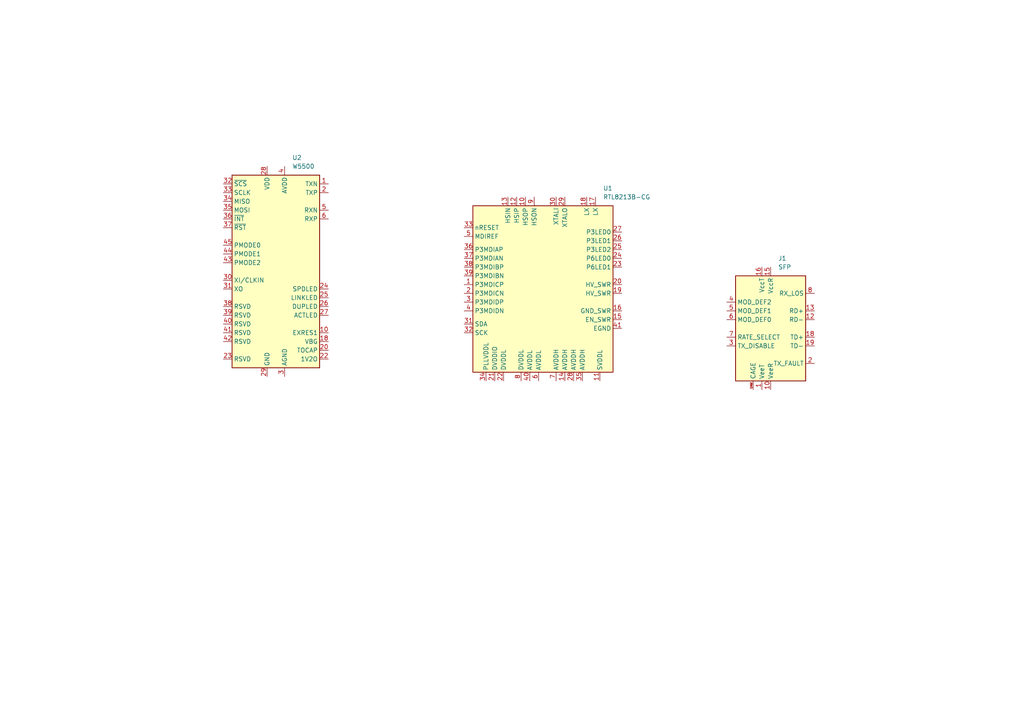
<source format=kicad_sch>
(kicad_sch (version 20231120) (generator "eeschema") (generator_version "8.0")
  (paper "A4")
  (lib_symbols
    (symbol "Interface_Ethernet:W5500"
      (property "Reference" "U" (at -11.43 29.21 0))
      (property "Value" "W5500" (at 8.89 29.21 0))
      (symbol "W5500_0_1"
        (rectangle (start -12.7 27.94) (end 12.7 -27.94) (stroke (width 0.254)) (fill (type background)))
      )
      (symbol "W5500_1_1"
        (pin output line (at 15.24 25.4 180) (length 2.54) (name "TXN") (number "1"))
        (pin passive line (at 15.24 -17.78 180) (length 2.54) (name "EXRES1") (number "10"))
        (pin passive line (at 2.54 30.48 270) (length 2.54) hide (name "AVDD") (number "11"))
        (pin no_connect line (at 12.7 7.62 180) (length 2.54) hide (name "NC") (number "12"))
        (pin no_connect line (at 12.7 5.08 180) (length 2.54) hide (name "NC") (number "13"))
        (pin passive line (at 2.54 -30.48 90) (length 2.54) hide (name "AGND") (number "14"))
        (pin passive line (at 2.54 30.48 270) (length 2.54) hide (name "AVDD") (number "15"))
        (pin passive line (at 2.54 -30.48 90) (length 2.54) hide (name "AGND") (number "16"))
        (pin passive line (at 2.54 30.48 270) (length 2.54) hide (name "AVDD") (number "17"))
        (pin passive line (at 15.24 -20.32 180) (length 2.54) (name "VBG") (number "18"))
        (pin passive line (at 2.54 -30.48 90) (length 2.54) hide (name "AGND") (number "19"))
        (pin output line (at 15.24 22.86 180) (length 2.54) (name "TXP") (number "2"))
        (pin passive line (at 15.24 -22.86 180) (length 2.54) (name "TOCAP") (number "20"))
        (pin passive line (at 2.54 30.48 270) (length 2.54) hide (name "AVDD") (number "21"))
        (pin output line (at 15.24 -25.4 180) (length 2.54) (name "1V2O") (number "22"))
        (pin input line (at -15.24 -25.4 0) (length 2.54) (name "RSVD") (number "23"))
        (pin output line (at 15.24 -5.08 180) (length 2.54) (name "SPDLED") (number "24"))
        (pin output line (at 15.24 -7.62 180) (length 2.54) (name "LINKLED") (number "25"))
        (pin output line (at 15.24 -10.16 180) (length 2.54) (name "DUPLED") (number "26"))
        (pin output line (at 15.24 -12.7 180) (length 2.54) (name "ACTLED") (number "27"))
        (pin power_in line (at -2.54 30.48 270) (length 2.54) (name "VDD") (number "28"))
        (pin power_in line (at -2.54 -30.48 90) (length 2.54) (name "GND") (number "29"))
        (pin power_in line (at 2.54 -30.48 90) (length 2.54) (name "AGND") (number "3"))
        (pin input line (at -15.24 -2.54 0) (length 2.54) (name "XI/CLKIN") (number "30"))
        (pin output line (at -15.24 -5.08 0) (length 2.54) (name "XO") (number "31"))
        (pin input line (at -15.24 25.4 0) (length 2.54) (name "~{SCS}") (number "32"))
        (pin input line (at -15.24 22.86 0) (length 2.54) (name "SCLK") (number "33"))
        (pin output line (at -15.24 20.32 0) (length 2.54) (name "MISO") (number "34"))
        (pin input line (at -15.24 17.78 0) (length 2.54) (name "MOSI") (number "35"))
        (pin input line (at -15.24 15.24 0) (length 2.54) (name "~{INT}") (number "36"))
        (pin input line (at -15.24 12.7 0) (length 2.54) (name "~{RST}") (number "37"))
        (pin input line (at -15.24 -10.16 0) (length 2.54) (name "RSVD") (number "38"))
        (pin input line (at -15.24 -12.7 0) (length 2.54) (name "RSVD") (number "39"))
        (pin power_in line (at 2.54 30.48 270) (length 2.54) (name "AVDD") (number "4"))
        (pin input line (at -15.24 -15.24 0) (length 2.54) (name "RSVD") (number "40"))
        (pin input line (at -15.24 -17.78 0) (length 2.54) (name "RSVD") (number "41"))
        (pin input line (at -15.24 -20.32 0) (length 2.54) (name "RSVD") (number "42"))
        (pin input line (at -15.24 2.54 0) (length 2.54) (name "PMODE2") (number "43"))
        (pin input line (at -15.24 5.08 0) (length 2.54) (name "PMODE1") (number "44"))
        (pin input line (at -15.24 7.62 0) (length 2.54) (name "PMODE0") (number "45"))
        (pin no_connect line (at 12.7 2.54 180) (length 2.54) hide (name "NC") (number "46"))
        (pin no_connect line (at 12.7 0 180) (length 2.54) hide (name "NC") (number "47"))
        (pin passive line (at 2.54 -30.48 90) (length 2.54) hide (name "AGND") (number "48"))
        (pin input line (at 15.24 17.78 180) (length 2.54) (name "RXN") (number "5"))
        (pin input line (at 15.24 15.24 180) (length 2.54) (name "RXP") (number "6"))
        (pin no_connect line (at 12.7 10.16 180) (length 2.54) hide (name "DNC") (number "7"))
        (pin passive line (at 2.54 30.48 270) (length 2.54) hide (name "AVDD") (number "8"))
        (pin passive line (at 2.54 -30.48 90) (length 2.54) hide (name "AGND") (number "9"))
      )
    )
    (symbol "Interface_Optical:SFP"
      (property "Reference" "J" (at -8.89 16.51 0))
      (property "Value" "SFP" (at 11.43 16.51 0))
      (symbol "SFP_0_0"
        (rectangle (start -10.16 15.24) (end 10.16 -15.24) (stroke (width 0.254)) (fill (type background)))
      )
      (symbol "SFP_1_1"
        (pin power_in line (at -2.54 -17.78 90) (length 2.54) (name "VeeT") (number "1"))
        (pin power_in line (at 0 -17.78 90) (length 2.54) (name "VeeR") (number "10"))
        (pin passive line (at 0 -17.78 90) (length 2.54) hide (name "VeeR") (number "11"))
        (pin output line (at 12.7 2.54 180) (length 2.54) (name "RD-") (number "12"))
        (pin output line (at 12.7 5.08 180) (length 2.54) (name "RD+") (number "13"))
        (pin passive line (at 0 -17.78 90) (length 2.54) hide (name "VeeR") (number "14"))
        (pin power_in line (at 0 17.78 270) (length 2.54) (name "VccR") (number "15"))
        (pin power_in line (at -2.54 17.78 270) (length 2.54) (name "VccT") (number "16"))
        (pin passive line (at -2.54 -17.78 90) (length 2.54) hide (name "VeeT") (number "17"))
        (pin input line (at 12.7 -2.54 180) (length 2.54) (name "TD+") (number "18"))
        (pin input line (at 12.7 -5.08 180) (length 2.54) (name "TD-") (number "19"))
        (pin open_collector line (at 12.7 -10.16 180) (length 2.54) (name "TX_FAULT") (number "2"))
        (pin passive line (at -2.54 -17.78 90) (length 2.54) hide (name "VeeT") (number "20"))
        (pin input line (at -12.7 -5.08 0) (length 2.54) (name "TX_DISABLE") (number "3"))
        (pin bidirectional line (at -12.7 7.62 0) (length 2.54) (name "MOD_DEF2") (number "4"))
        (pin input line (at -12.7 5.08 0) (length 2.54) (name "MOD_DEF1") (number "5"))
        (pin passive line (at -12.7 2.54 0) (length 2.54) (name "MOD_DEF0") (number "6"))
        (pin input line (at -12.7 -2.54 0) (length 2.54) (name "RATE_SELECT") (number "7"))
        (pin open_collector line (at 12.7 10.16 180) (length 2.54) (name "RX_LOS") (number "8"))
        (pin passive line (at 0 -17.78 90) (length 2.54) hide (name "VeeR") (number "9"))
        (pin passive line (at -5.08 -17.78 90) (length 2.54) (name "CAGE") (number "CAGE"))
      )
    )
    (symbol "rtl8213b:RTL8213B-CG"
      (property "Reference" "U" (at 18.542 29.718 0))
      (property "Value" "RTL8213B-CG" (at 24.638 27.178 0))
      (symbol "RTL8213B-CG_1_1"
        (rectangle (start -20.32 24.13) (end 20.32 -24.13) (stroke (width 0.254)) (fill (type background)))
        (pin bidirectional line (at -22.86 1.27 0) (length 2.54) (name "P3MDICP") (number "1"))
        (pin output line (at -5.08 26.67 270) (length 2.54) (name "HSOP") (number "10"))
        (pin power_in line (at 16.51 -26.67 90) (length 2.54) (name "SVDDL") (number "11"))
        (pin input line (at -7.62 26.67 270) (length 2.54) (name "HSIP") (number "12"))
        (pin input line (at -10.16 26.67 270) (length 2.54) (name "HSIN") (number "13"))
        (pin power_in line (at 6.35 -26.67 90) (length 2.54) (name "AVDDH") (number "14"))
        (pin input line (at 22.86 -8.89 180) (length 2.54) (name "EN_SWR") (number "15"))
        (pin power_in line (at 22.86 -6.35 180) (length 2.54) (name "GND_SWR") (number "16"))
        (pin output line (at 15.24 26.67 270) (length 2.54) (name "LX") (number "17"))
        (pin output line (at 12.7 26.67 270) (length 2.54) (name "LX") (number "18"))
        (pin power_out line (at 22.86 -1.27 180) (length 2.54) (name "HV_SWR") (number "19"))
        (pin bidirectional line (at -22.86 -1.27 0) (length 2.54) (name "P3MDICN") (number "2"))
        (pin power_out line (at 22.86 1.27 180) (length 2.54) (name "HV_SWR") (number "20"))
        (pin power_out line (at -13.97 -26.67 90) (length 2.54) (name "DVDDIO") (number "21"))
        (pin power_out line (at -11.43 -26.67 90) (length 2.54) (name "DVDDL") (number "22"))
        (pin bidirectional line (at 22.86 6.35 180) (length 2.54) (name "P6LED1") (number "23"))
        (pin bidirectional line (at 22.86 8.89 180) (length 2.54) (name "P6LED0") (number "24"))
        (pin bidirectional line (at 22.86 11.43 180) (length 2.54) (name "P3LED2") (number "25"))
        (pin bidirectional line (at 22.86 13.97 180) (length 2.54) (name "P3LED1") (number "26"))
        (pin bidirectional line (at 22.86 16.51 180) (length 2.54) (name "P3LED0") (number "27"))
        (pin power_in line (at 8.89 -26.67 90) (length 2.54) (name "AVDDH") (number "28"))
        (pin output line (at 6.35 26.67 270) (length 2.54) (name "XTALO") (number "29"))
        (pin bidirectional line (at -22.86 -3.81 0) (length 2.54) (name "P3MDIDP") (number "3"))
        (pin input line (at 3.81 26.67 270) (length 2.54) (name "XTALI") (number "30"))
        (pin bidirectional line (at -22.86 -10.16 0) (length 2.54) (name "SDA") (number "31"))
        (pin bidirectional line (at -22.86 -12.7 0) (length 2.54) (name "SCK") (number "32"))
        (pin input line (at -22.86 17.78 0) (length 2.54) (name "nRESET") (number "33"))
        (pin power_in line (at -16.51 -26.67 90) (length 2.54) (name "PLLVDDL") (number "34"))
        (pin power_in line (at 11.43 -26.67 90) (length 2.54) (name "AVDDH") (number "35"))
        (pin bidirectional line (at -22.86 11.43 0) (length 2.54) (name "P3MDIAP") (number "36"))
        (pin bidirectional line (at -22.86 8.89 0) (length 2.54) (name "P3MDIAN") (number "37"))
        (pin bidirectional line (at -22.86 6.35 0) (length 2.54) (name "P3MDIBP") (number "38"))
        (pin bidirectional line (at -22.86 3.81 0) (length 2.54) (name "P3MDIBN") (number "39"))
        (pin bidirectional line (at -22.86 -6.35 0) (length 2.54) (name "P3MDIDN") (number "4"))
        (pin power_in line (at -3.81 -26.67 90) (length 2.54) (name "AVDDL") (number "40"))
        (pin passive line (at 22.86 -11.43 180) (length 2.54) (name "EGND") (number "41"))
        (pin output line (at -22.86 15.24 0) (length 2.54) (name "MDIREF") (number "5"))
        (pin power_in line (at -1.27 -26.67 90) (length 2.54) (name "AVDDL") (number "6"))
        (pin power_in line (at 3.81 -26.67 90) (length 2.54) (name "AVDDH") (number "7"))
        (pin power_out line (at -6.35 -26.67 90) (length 2.54) (name "DVDDL") (number "8"))
        (pin output line (at -2.54 26.67 270) (length 2.54) (name "HSON") (number "9"))
      )
    )
  )
  (symbol (lib_id "Interface_Optical:SFP") (at 223.52 95.25 0) (unit 1)
    (property "Reference" "J1" (at 225.7141 74.93 0) (effects (justify left)))
    (property "Value" "SFP" (at 225.7141 77.47 0) (effects (justify left)))
    (property "Footprint" "Connector:Connector_SFP_and_Cage" (effects (hide yes)))
    (property "Datasheet" "http://www.10gtek.com/templates/wzten/pdf/INF-8074.pdf" (effects (hide yes)))
    (property "Description" "Connector for Small Form Factor Pluggable (SFP) module, 1 Gbit/s, serial-to-serial data-agnostic optical transceiver" (effects (hide yes)))
  )
  (symbol (lib_id "rtl8213b:RTL8213B-CG") (at 157.48 83.82 0) (unit 1)
    (property "Reference" "U1" (at 174.9141 54.61 0) (effects (justify left)))
    (property "Value" "RTL8213B-CG" (at 174.9141 57.15 0) (effects (justify left)))
    (property "Footprint" "Package_DFN_QFN:QFN-40-1EP_5x5mm_P0.4mm_EP3.8x3.8mm_ThermalVias" (effects (hide yes)))
  )
  (symbol (lib_id "Interface_Ethernet:W5500") (at 80.01 78.74 0) (unit 1)
    (property "Reference" "U2" (at 84.7441 45.72 0) (effects (justify left)))
    (property "Value" "W5500" (at 84.7441 48.26 0) (effects (justify left)))
    (property "Footprint" "Package_QFP:LQFP-48_7x7mm_P0.5mm" (effects (hide yes)))
    (property "Datasheet" "http://wizwiki.net/wiki/lib/exe/fetch.php/products:w5500:w5500_ds_v109e.pdf" (effects (hide yes)))
    (property "Description" "10/100Mb SPI Ethernet controller with TCP/IP stack, LQFP-48" (effects (hide yes)))
  )
)
</source>
